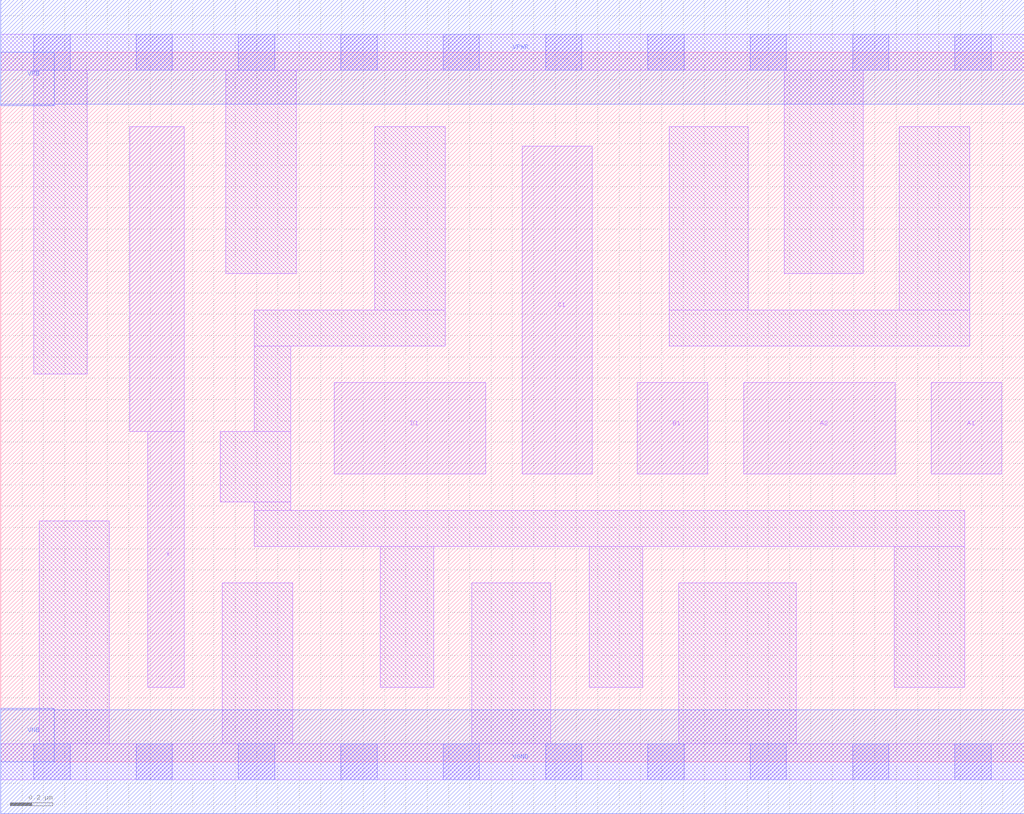
<source format=lef>
# Copyright 2020 The SkyWater PDK Authors
#
# Licensed under the Apache License, Version 2.0 (the "License");
# you may not use this file except in compliance with the License.
# You may obtain a copy of the License at
#
#     https://www.apache.org/licenses/LICENSE-2.0
#
# Unless required by applicable law or agreed to in writing, software
# distributed under the License is distributed on an "AS IS" BASIS,
# WITHOUT WARRANTIES OR CONDITIONS OF ANY KIND, either express or implied.
# See the License for the specific language governing permissions and
# limitations under the License.
#
# SPDX-License-Identifier: Apache-2.0

VERSION 5.5 ;
NAMESCASESENSITIVE ON ;
BUSBITCHARS "[]" ;
DIVIDERCHAR "/" ;
MACRO sky130_fd_sc_ms__a2111o_2
  CLASS CORE ;
  SOURCE USER ;
  ORIGIN  0.000000  0.000000 ;
  SIZE  4.800000 BY  3.330000 ;
  SYMMETRY X Y ;
  SITE unit ;
  PIN A1
    ANTENNAGATEAREA  0.279000 ;
    DIRECTION INPUT ;
    USE SIGNAL ;
    PORT
      LAYER li1 ;
        RECT 4.365000 1.350000 4.695000 1.780000 ;
    END
  END A1
  PIN A2
    ANTENNAGATEAREA  0.279000 ;
    DIRECTION INPUT ;
    USE SIGNAL ;
    PORT
      LAYER li1 ;
        RECT 3.485000 1.350000 4.195000 1.780000 ;
    END
  END A2
  PIN B1
    ANTENNAGATEAREA  0.279000 ;
    DIRECTION INPUT ;
    USE SIGNAL ;
    PORT
      LAYER li1 ;
        RECT 2.985000 1.350000 3.315000 1.780000 ;
    END
  END B1
  PIN C1
    ANTENNAGATEAREA  0.279000 ;
    DIRECTION INPUT ;
    USE SIGNAL ;
    PORT
      LAYER li1 ;
        RECT 2.445000 1.350000 2.775000 2.890000 ;
    END
  END C1
  PIN D1
    ANTENNAGATEAREA  0.279000 ;
    DIRECTION INPUT ;
    USE SIGNAL ;
    PORT
      LAYER li1 ;
        RECT 1.565000 1.350000 2.275000 1.780000 ;
    END
  END D1
  PIN X
    ANTENNADIFFAREA  0.543200 ;
    DIRECTION OUTPUT ;
    USE SIGNAL ;
    PORT
      LAYER li1 ;
        RECT 0.605000 1.550000 0.860000 2.980000 ;
        RECT 0.690000 0.350000 0.860000 1.550000 ;
    END
  END X
  PIN VGND
    DIRECTION INOUT ;
    USE GROUND ;
    PORT
      LAYER met1 ;
        RECT 0.000000 -0.245000 4.800000 0.245000 ;
    END
  END VGND
  PIN VNB
    DIRECTION INOUT ;
    USE GROUND ;
    PORT
    END
  END VNB
  PIN VPB
    DIRECTION INOUT ;
    USE POWER ;
    PORT
    END
  END VPB
  PIN VNB
    DIRECTION INOUT ;
    USE GROUND ;
    PORT
      LAYER met1 ;
        RECT 0.000000 0.000000 0.250000 0.250000 ;
    END
  END VNB
  PIN VPB
    DIRECTION INOUT ;
    USE POWER ;
    PORT
      LAYER met1 ;
        RECT 0.000000 3.080000 0.250000 3.330000 ;
    END
  END VPB
  PIN VPWR
    DIRECTION INOUT ;
    USE POWER ;
    PORT
      LAYER met1 ;
        RECT 0.000000 3.085000 4.800000 3.575000 ;
    END
  END VPWR
  OBS
    LAYER li1 ;
      RECT 0.000000 -0.085000 4.800000 0.085000 ;
      RECT 0.000000  3.245000 4.800000 3.415000 ;
      RECT 0.155000  1.820000 0.405000 3.245000 ;
      RECT 0.180000  0.085000 0.510000 1.130000 ;
      RECT 1.030000  1.220000 1.360000 1.550000 ;
      RECT 1.040000  0.085000 1.370000 0.840000 ;
      RECT 1.055000  2.290000 1.385000 3.245000 ;
      RECT 1.190000  1.010000 4.520000 1.180000 ;
      RECT 1.190000  1.180000 1.360000 1.220000 ;
      RECT 1.190000  1.550000 1.360000 1.950000 ;
      RECT 1.190000  1.950000 2.085000 2.120000 ;
      RECT 1.755000  2.120000 2.085000 2.980000 ;
      RECT 1.780000  0.350000 2.030000 1.010000 ;
      RECT 2.210000  0.085000 2.580000 0.840000 ;
      RECT 2.760000  0.350000 3.010000 1.010000 ;
      RECT 3.135000  1.950000 4.545000 2.120000 ;
      RECT 3.135000  2.120000 3.505000 2.980000 ;
      RECT 3.180000  0.085000 3.730000 0.840000 ;
      RECT 3.675000  2.290000 4.045000 3.245000 ;
      RECT 4.190000  0.350000 4.520000 1.010000 ;
      RECT 4.215000  2.120000 4.545000 2.980000 ;
    LAYER mcon ;
      RECT 0.155000 -0.085000 0.325000 0.085000 ;
      RECT 0.155000  3.245000 0.325000 3.415000 ;
      RECT 0.635000 -0.085000 0.805000 0.085000 ;
      RECT 0.635000  3.245000 0.805000 3.415000 ;
      RECT 1.115000 -0.085000 1.285000 0.085000 ;
      RECT 1.115000  3.245000 1.285000 3.415000 ;
      RECT 1.595000 -0.085000 1.765000 0.085000 ;
      RECT 1.595000  3.245000 1.765000 3.415000 ;
      RECT 2.075000 -0.085000 2.245000 0.085000 ;
      RECT 2.075000  3.245000 2.245000 3.415000 ;
      RECT 2.555000 -0.085000 2.725000 0.085000 ;
      RECT 2.555000  3.245000 2.725000 3.415000 ;
      RECT 3.035000 -0.085000 3.205000 0.085000 ;
      RECT 3.035000  3.245000 3.205000 3.415000 ;
      RECT 3.515000 -0.085000 3.685000 0.085000 ;
      RECT 3.515000  3.245000 3.685000 3.415000 ;
      RECT 3.995000 -0.085000 4.165000 0.085000 ;
      RECT 3.995000  3.245000 4.165000 3.415000 ;
      RECT 4.475000 -0.085000 4.645000 0.085000 ;
      RECT 4.475000  3.245000 4.645000 3.415000 ;
  END
END sky130_fd_sc_ms__a2111o_2
END LIBRARY

</source>
